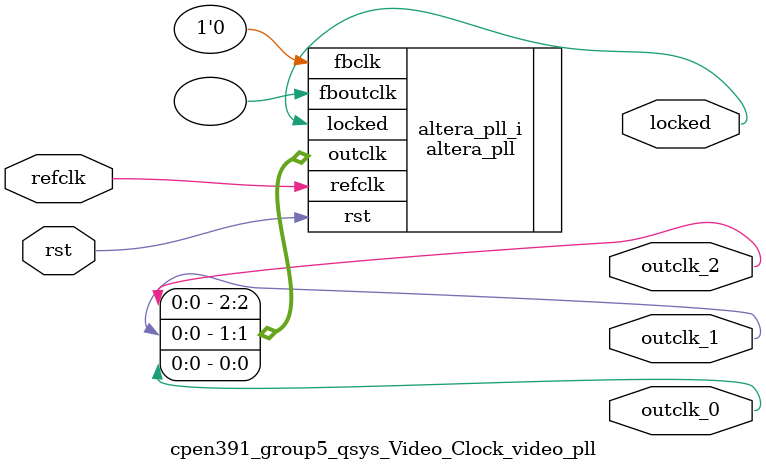
<source format=v>
`timescale 1ns/10ps
module  cpen391_group5_qsys_Video_Clock_video_pll(

	// interface 'refclk'
	input wire refclk,

	// interface 'reset'
	input wire rst,

	// interface 'outclk0'
	output wire outclk_0,

	// interface 'outclk1'
	output wire outclk_1,

	// interface 'outclk2'
	output wire outclk_2,

	// interface 'locked'
	output wire locked
);

	altera_pll #(
		.fractional_vco_multiplier("false"),
		.reference_clock_frequency("50.0 MHz"),
		.operation_mode("direct"),
		.number_of_clocks(3),
		.output_clock_frequency0("25.000000 MHz"),
		.phase_shift0("0 ps"),
		.duty_cycle0(50),
		.output_clock_frequency1("25.000000 MHz"),
		.phase_shift1("0 ps"),
		.duty_cycle1(50),
		.output_clock_frequency2("33.000000 MHz"),
		.phase_shift2("0 ps"),
		.duty_cycle2(50),
		.output_clock_frequency3("0 MHz"),
		.phase_shift3("0 ps"),
		.duty_cycle3(50),
		.output_clock_frequency4("0 MHz"),
		.phase_shift4("0 ps"),
		.duty_cycle4(50),
		.output_clock_frequency5("0 MHz"),
		.phase_shift5("0 ps"),
		.duty_cycle5(50),
		.output_clock_frequency6("0 MHz"),
		.phase_shift6("0 ps"),
		.duty_cycle6(50),
		.output_clock_frequency7("0 MHz"),
		.phase_shift7("0 ps"),
		.duty_cycle7(50),
		.output_clock_frequency8("0 MHz"),
		.phase_shift8("0 ps"),
		.duty_cycle8(50),
		.output_clock_frequency9("0 MHz"),
		.phase_shift9("0 ps"),
		.duty_cycle9(50),
		.output_clock_frequency10("0 MHz"),
		.phase_shift10("0 ps"),
		.duty_cycle10(50),
		.output_clock_frequency11("0 MHz"),
		.phase_shift11("0 ps"),
		.duty_cycle11(50),
		.output_clock_frequency12("0 MHz"),
		.phase_shift12("0 ps"),
		.duty_cycle12(50),
		.output_clock_frequency13("0 MHz"),
		.phase_shift13("0 ps"),
		.duty_cycle13(50),
		.output_clock_frequency14("0 MHz"),
		.phase_shift14("0 ps"),
		.duty_cycle14(50),
		.output_clock_frequency15("0 MHz"),
		.phase_shift15("0 ps"),
		.duty_cycle15(50),
		.output_clock_frequency16("0 MHz"),
		.phase_shift16("0 ps"),
		.duty_cycle16(50),
		.output_clock_frequency17("0 MHz"),
		.phase_shift17("0 ps"),
		.duty_cycle17(50),
		.pll_type("General"),
		.pll_subtype("General")
	) altera_pll_i (
		.rst	(rst),
		.outclk	({outclk_2, outclk_1, outclk_0}),
		.locked	(locked),
		.fboutclk	( ),
		.fbclk	(1'b0),
		.refclk	(refclk)
	);
endmodule


</source>
